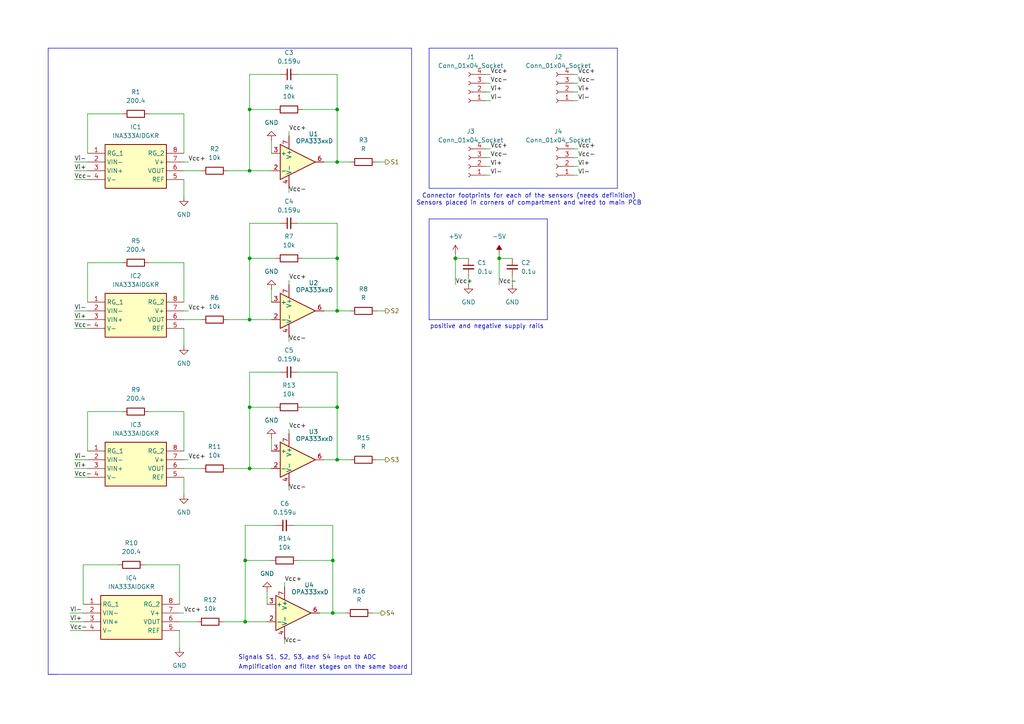
<source format=kicad_sch>
(kicad_sch (version 20250114) (generator "eeschema") (generator_version "9.0")
  (paper "A4")
  (title_block (title "Force Sensor & Analog Front-End"))
  (lib_symbols
    (symbol "Amplifier_Operational:OPA333xxD" (pin_names (offset 0.127))
      (property "Reference" "U" (at 0 6.35 0))
      (property "Value" "OPA333xxD" (at 0 3.81 0))
      (symbol "OPA333xxD_0_1"
        (polyline (pts (xy -5.08 5.08) (xy 5.08 0) (xy -5.08 -5.08) (xy -5.08 5.08)) (stroke (width 0.254)) (fill (type background)))
      )
      (symbol "OPA333xxD_1_1"
        (pin input line (at -7.62 2.54 0) (length 2.54) (name "+") (number "3"))
        (pin input line (at -7.62 -2.54 0) (length 2.54) (name "-") (number "2"))
        (pin power_in line (at -2.54 7.62 270) (length 3.81) (name "V+") (number "7"))
        (pin no_connect line (at -2.54 2.54 270) (length 2.54) (hide yes) (name "NC") (number "1"))
        (pin power_in line (at -2.54 -7.62 90) (length 3.81) (name "V-") (number "4"))
        (pin no_connect line (at 0 2.54 270) (length 2.54) (hide yes) (name "NC") (number "5"))
        (pin no_connect line (at 0 -2.54 90) (length 2.54) (hide yes) (name "NC") (number "8"))
        (pin output line (at 7.62 0 180) (length 2.54) (name "~") (number "6"))
      )
    )
    (symbol "Capstone:INA333AIDGKR"
      (property "Reference" "IC" (at 24.13 7.62 0))
      (property "Value" "INA333AIDGKR" (at 24.13 5.08 0))
      (symbol "INA333AIDGKR_1_1"
        (rectangle (start 5.08 2.54) (end 22.86 -10.16) (stroke (width 0.254)) (fill (type background)))
        (pin passive line (at 0 0 0) (length 5.08) (name "RG_1") (number "1"))
        (pin passive line (at 0 -2.54 0) (length 5.08) (name "VIN-") (number "2"))
        (pin passive line (at 0 -5.08 0) (length 5.08) (name "VIN+") (number "3"))
        (pin passive line (at 0 -7.62 0) (length 5.08) (name "V-") (number "4"))
        (pin passive line (at 27.94 0 180) (length 5.08) (name "RG_2") (number "8"))
        (pin passive line (at 27.94 -2.54 180) (length 5.08) (name "V+") (number "7"))
        (pin passive line (at 27.94 -5.08 180) (length 5.08) (name "VOUT") (number "6"))
        (pin passive line (at 27.94 -7.62 180) (length 5.08) (name "REF") (number "5"))
      )
    )
    (symbol "Connector:Conn_01x04_Socket" (pin_names (offset 1.016) (hide yes))
      (property "Reference" "J" (at 0 5.08 0))
      (property "Value" "Conn_01x04_Socket" (at 0 -7.62 0))
      (symbol "Conn_01x04_Socket_1_1"
        (polyline (pts (xy -1.27 2.54) (xy -0.508 2.54)) (stroke (width 0.1524)))
        (polyline (pts (xy -1.27 0) (xy -0.508 0)) (stroke (width 0.1524)))
        (polyline (pts (xy -1.27 -2.54) (xy -0.508 -2.54)) (stroke (width 0.1524)))
        (polyline (pts (xy -1.27 -5.08) (xy -0.508 -5.08)) (stroke (width 0.1524)))
        (arc (start 0 2.032) (mid -0.5058 2.54) (end 0 3.048) (stroke (width 0.1524)))
        (arc (start 0 -0.508) (mid -0.5058 0) (end 0 0.508) (stroke (width 0.1524)))
        (arc (start 0 -3.048) (mid -0.5058 -2.54) (end 0 -2.032) (stroke (width 0.1524)))
        (arc (start 0 -5.588) (mid -0.5058 -5.08) (end 0 -4.572) (stroke (width 0.1524)))
        (pin passive line (at -5.08 2.54 0) (length 3.81) (name "Pin_1") (number "1"))
        (pin passive line (at -5.08 0 0) (length 3.81) (name "Pin_2") (number "2"))
        (pin passive line (at -5.08 -2.54 0) (length 3.81) (name "Pin_3") (number "3"))
        (pin passive line (at -5.08 -5.08 0) (length 3.81) (name "Pin_4") (number "4"))
      )
    )
    (symbol "Device:C_Small" (pin_numbers (hide yes)) (pin_names (offset 0.254) (hide yes))
      (property "Reference" "C" (at 0.254 1.778 0))
      (property "Value" "C_Small" (at 0.254 -2.032 0))
      (symbol "C_Small_0_1"
        (polyline (pts (xy -1.524 0.508) (xy 1.524 0.508)) (stroke (width 0.3048)))
        (polyline (pts (xy -1.524 -0.508) (xy 1.524 -0.508)) (stroke (width 0.3302)))
      )
      (symbol "C_Small_1_1"
        (pin passive line (at 0 2.54 270) (length 2.032) (name "~") (number "1"))
        (pin passive line (at 0 -2.54 90) (length 2.032) (name "~") (number "2"))
      )
    )
    (symbol "Device:R" (pin_numbers (hide yes)) (pin_names (offset 0))
      (property "Reference" "R" (at 2.032 0 90))
      (property "Value" "R" (at 0 0 90))
      (symbol "R_0_1"
        (rectangle (start -1.016 -2.54) (end 1.016 2.54) (stroke (width 0.254)))
      )
      (symbol "R_1_1"
        (pin passive line (at 0 3.81 270) (length 1.27) (name "~") (number "1"))
        (pin passive line (at 0 -3.81 90) (length 1.27) (name "~") (number "2"))
      )
    )
    (symbol "power:+5V" (power) (pin_numbers (hide yes)) (pin_names (offset 0) (hide yes))
      (property "Value" "+5V" (at 0 3.556 0))
      (symbol "+5V_0_1"
        (polyline (pts (xy -0.762 1.27) (xy 0 2.54)))
        (polyline (pts (xy 0 2.54) (xy 0.762 1.27)))
        (polyline (pts (xy 0 0) (xy 0 2.54)))
      )
      (symbol "+5V_1_1"
        (pin power_in line (at 0 0 90) (length 0) (name "~") (number "1"))
      )
    )
    (symbol "power:-5V" (power) (pin_numbers (hide yes)) (pin_names (offset 0) (hide yes))
      (property "Value" "-5V" (at 0 3.556 0))
      (symbol "-5V_0_0"
        (pin power_in line (at 0 0 90) (length 0) (name "~") (number "1"))
      )
      (symbol "-5V_0_1"
        (polyline (pts (xy 0 0) (xy 0 1.27) (xy 0.762 1.27) (xy 0 2.54) (xy -0.762 1.27) (xy 0 1.27)) (fill (type outline)))
      )
    )
    (symbol "power:GND" (power) (pin_numbers (hide yes)) (pin_names (offset 0) (hide yes))
      (property "Value" "GND" (at 0 -3.81 0))
      (symbol "GND_0_1"
        (polyline (pts (xy 0 0) (xy 0 -1.27) (xy 1.27 -1.27) (xy 0 -2.54) (xy -1.27 -1.27) (xy 0 -1.27)))
      )
      (symbol "GND_1_1"
        (pin power_in line (at 0 0 270) (length 0) (name "~") (number "1"))
      )
    )
  )
  (text "Signals S1, S2, S3, and S4 input to ADC\n" (at 89.154 190.754 0) (effects (font (size 1.27 1.27))))
  (text "Amplification and filter stages on the same board\n" (at 93.726 193.548 0) (effects (font (size 1.27 1.27))))
  (text "positive and negative supply rails\n" (at 141.224 94.742 0) (effects (font (size 1.27 1.27))))
  (text "Connector footprints for each of the sensors (needs definition)\nSensors placed in corners of compartment and wired to main PCB\n" (at 153.416 57.912 0) (effects (font (size 1.27 1.27))))
  (junction (at 97.79 31.75))
  (junction (at 71.12 162.56))
  (junction (at 72.39 92.71))
  (junction (at 71.12 180.34))
  (junction (at 96.52 162.56))
  (junction (at 97.79 46.99))
  (junction (at 97.79 90.17))
  (junction (at 96.52 177.8))
  (junction (at 97.79 74.93))
  (junction (at 72.39 31.75))
  (junction (at 72.39 49.53))
  (junction (at 144.78 74.93))
  (junction (at 97.79 118.11))
  (junction (at 97.79 133.35))
  (junction (at 132.08 74.93))
  (junction (at 72.39 118.11))
  (junction (at 72.39 135.89))
  (junction (at 72.39 74.93))
  (wire (pts (xy 142.24 48.26) (xy 140.97 48.26)))
  (polyline (pts (xy 158.75 63.5) (xy 124.46 63.5)))
  (wire (pts (xy 72.39 74.93) (xy 72.39 92.71)))
  (wire (pts (xy 96.52 152.4) (xy 96.52 162.56)))
  (wire (pts (xy 97.79 31.75) (xy 97.79 46.99)))
  (wire (pts (xy 81.28 21.59) (xy 72.39 21.59)))
  (wire (pts (xy 80.01 31.75) (xy 72.39 31.75)))
  (wire (pts (xy 54.61 46.99) (xy 53.34 46.99)))
  (wire (pts (xy 97.79 74.93) (xy 97.79 90.17)))
  (wire (pts (xy 66.04 49.53) (xy 72.39 49.53)))
  (wire (pts (xy 25.4 44.45) (xy 25.4 33.02)))
  (wire (pts (xy 142.24 45.72) (xy 140.97 45.72)))
  (wire (pts (xy 97.79 118.11) (xy 97.79 133.35)))
  (wire (pts (xy 93.98 46.99) (xy 97.79 46.99)))
  (wire (pts (xy 144.78 74.93) (xy 148.59 74.93)))
  (wire (pts (xy 87.63 31.75) (xy 97.79 31.75)))
  (wire (pts (xy 86.36 21.59) (xy 97.79 21.59)))
  (wire (pts (xy 72.39 21.59) (xy 72.39 31.75)))
  (wire (pts (xy 21.59 46.99) (xy 25.4 46.99)))
  (wire (pts (xy 142.24 50.8) (xy 140.97 50.8)))
  (wire (pts (xy 96.52 177.8) (xy 100.33 177.8)))
  (wire (pts (xy 25.4 87.63) (xy 25.4 76.2)))
  (wire (pts (xy 43.18 33.02) (xy 53.34 33.02)))
  (polyline (pts (xy 119.38 13.97) (xy 119.38 195.58)))
  (wire (pts (xy 21.59 133.35) (xy 25.4 133.35)))
  (wire (pts (xy 78.74 40.64) (xy 78.74 44.45)))
  (wire (pts (xy 97.79 90.17) (xy 101.6 90.17)))
  (wire (pts (xy 87.63 118.11) (xy 97.79 118.11)))
  (polyline (pts (xy 158.75 92.71) (xy 158.75 63.5)))
  (polyline (pts (xy 13.97 195.58) (xy 16.51 195.58)))
  (wire (pts (xy 72.39 107.95) (xy 72.39 118.11)))
  (wire (pts (xy 71.12 152.4) (xy 71.12 162.56)))
  (wire (pts (xy 54.61 133.35) (xy 53.34 133.35)))
  (wire (pts (xy 20.32 182.88) (xy 24.13 182.88)))
  (wire (pts (xy 142.24 26.67) (xy 140.97 26.67)))
  (wire (pts (xy 80.01 118.11) (xy 72.39 118.11)))
  (wire (pts (xy 25.4 130.81) (xy 25.4 119.38)))
  (wire (pts (xy 25.4 119.38) (xy 35.56 119.38)))
  (wire (pts (xy 82.55 186.69) (xy 82.55 185.42)))
  (wire (pts (xy 97.79 64.77) (xy 97.79 74.93)))
  (wire (pts (xy 83.82 81.28) (xy 83.82 82.55)))
  (polyline (pts (xy 13.97 13.97) (xy 119.38 13.97)))
  (polyline (pts (xy 124.46 63.5) (xy 124.46 67.31)))
  (wire (pts (xy 135.89 80.01) (xy 135.89 82.55)))
  (wire (pts (xy 83.82 99.06) (xy 83.82 97.79)))
  (wire (pts (xy 93.98 133.35) (xy 97.79 133.35)))
  (wire (pts (xy 53.34 76.2) (xy 53.34 87.63)))
  (wire (pts (xy 97.79 46.99) (xy 101.6 46.99)))
  (wire (pts (xy 142.24 29.21) (xy 140.97 29.21)))
  (wire (pts (xy 71.12 162.56) (xy 71.12 180.34)))
  (wire (pts (xy 83.82 124.46) (xy 83.82 125.73)))
  (wire (pts (xy 53.34 33.02) (xy 53.34 44.45)))
  (wire (pts (xy 72.39 92.71) (xy 78.74 92.71)))
  (wire (pts (xy 53.34 177.8) (xy 52.07 177.8)))
  (wire (pts (xy 167.64 21.59) (xy 166.37 21.59)))
  (wire (pts (xy 20.32 180.34) (xy 24.13 180.34)))
  (wire (pts (xy 43.18 76.2) (xy 53.34 76.2)))
  (wire (pts (xy 83.82 55.88) (xy 83.82 54.61)))
  (wire (pts (xy 87.63 74.93) (xy 97.79 74.93)))
  (wire (pts (xy 21.59 135.89) (xy 25.4 135.89)))
  (wire (pts (xy 52.07 163.83) (xy 52.07 175.26)))
  (wire (pts (xy 142.24 43.18) (xy 140.97 43.18)))
  (wire (pts (xy 52.07 182.88) (xy 52.07 187.96)))
  (polyline (pts (xy 179.07 13.97) (xy 179.07 54.61)))
  (polyline (pts (xy 124.46 92.71) (xy 158.75 92.71)))
  (wire (pts (xy 96.52 162.56) (xy 96.52 177.8)))
  (wire (pts (xy 167.64 43.18) (xy 166.37 43.18)))
  (polyline (pts (xy 124.46 67.31) (xy 124.46 92.71)))
  (wire (pts (xy 78.74 83.82) (xy 78.74 87.63)))
  (wire (pts (xy 132.08 74.93) (xy 135.89 74.93)))
  (wire (pts (xy 167.64 26.67) (xy 166.37 26.67)))
  (wire (pts (xy 21.59 52.07) (xy 25.4 52.07)))
  (wire (pts (xy 66.04 135.89) (xy 72.39 135.89)))
  (wire (pts (xy 83.82 38.1) (xy 83.82 39.37)))
  (wire (pts (xy 64.77 180.34) (xy 71.12 180.34)))
  (wire (pts (xy 78.74 127) (xy 78.74 130.81)))
  (wire (pts (xy 66.04 92.71) (xy 72.39 92.71)))
  (wire (pts (xy 167.64 50.8) (xy 166.37 50.8)))
  (wire (pts (xy 86.36 107.95) (xy 97.79 107.95)))
  (wire (pts (xy 54.61 90.17) (xy 53.34 90.17)))
  (wire (pts (xy 81.28 64.77) (xy 72.39 64.77)))
  (wire (pts (xy 71.12 180.34) (xy 77.47 180.34)))
  (wire (pts (xy 41.91 163.83) (xy 52.07 163.83)))
  (wire (pts (xy 24.13 175.26) (xy 24.13 163.83)))
  (polyline (pts (xy 124.46 13.97) (xy 124.46 54.61)))
  (wire (pts (xy 21.59 95.25) (xy 25.4 95.25)))
  (wire (pts (xy 52.07 180.34) (xy 57.15 180.34)))
  (wire (pts (xy 148.59 80.01) (xy 148.59 82.55)))
  (wire (pts (xy 85.09 152.4) (xy 96.52 152.4)))
  (wire (pts (xy 83.82 142.24) (xy 83.82 140.97)))
  (wire (pts (xy 97.79 133.35) (xy 101.6 133.35)))
  (wire (pts (xy 80.01 152.4) (xy 71.12 152.4)))
  (wire (pts (xy 142.24 21.59) (xy 140.97 21.59)))
  (wire (pts (xy 78.74 162.56) (xy 71.12 162.56)))
  (wire (pts (xy 53.34 135.89) (xy 58.42 135.89)))
  (wire (pts (xy 72.39 118.11) (xy 72.39 135.89)))
  (wire (pts (xy 21.59 49.53) (xy 25.4 49.53)))
  (wire (pts (xy 72.39 31.75) (xy 72.39 49.53)))
  (polyline (pts (xy 13.97 13.97) (xy 13.97 195.58)))
  (wire (pts (xy 81.28 107.95) (xy 72.39 107.95)))
  (wire (pts (xy 97.79 21.59) (xy 97.79 31.75)))
  (wire (pts (xy 53.34 95.25) (xy 53.34 100.33)))
  (wire (pts (xy 167.64 29.21) (xy 166.37 29.21)))
  (wire (pts (xy 97.79 107.95) (xy 97.79 118.11)))
  (wire (pts (xy 21.59 90.17) (xy 25.4 90.17)))
  (wire (pts (xy 144.78 74.93) (xy 144.78 82.55)))
  (wire (pts (xy 167.64 45.72) (xy 166.37 45.72)))
  (wire (pts (xy 53.34 92.71) (xy 58.42 92.71)))
  (wire (pts (xy 80.01 74.93) (xy 72.39 74.93)))
  (wire (pts (xy 72.39 64.77) (xy 72.39 74.93)))
  (wire (pts (xy 111.76 46.99) (xy 109.22 46.99)))
  (wire (pts (xy 167.64 48.26) (xy 166.37 48.26)))
  (wire (pts (xy 142.24 24.13) (xy 140.97 24.13)))
  (wire (pts (xy 24.13 163.83) (xy 34.29 163.83)))
  (wire (pts (xy 93.98 90.17) (xy 97.79 90.17)))
  (wire (pts (xy 111.76 133.35) (xy 109.22 133.35)))
  (wire (pts (xy 43.18 119.38) (xy 53.34 119.38)))
  (wire (pts (xy 77.47 171.45) (xy 77.47 175.26)))
  (wire (pts (xy 72.39 135.89) (xy 78.74 135.89)))
  (wire (pts (xy 167.64 24.13) (xy 166.37 24.13)))
  (wire (pts (xy 20.32 177.8) (xy 24.13 177.8)))
  (polyline (pts (xy 179.07 54.61) (xy 124.46 54.61)))
  (wire (pts (xy 21.59 92.71) (xy 25.4 92.71)))
  (wire (pts (xy 72.39 49.53) (xy 78.74 49.53)))
  (polyline (pts (xy 124.46 13.97) (xy 179.07 13.97)))
  (wire (pts (xy 86.36 162.56) (xy 96.52 162.56)))
  (wire (pts (xy 111.76 90.17) (xy 109.22 90.17)))
  (wire (pts (xy 53.34 52.07) (xy 53.34 57.15)))
  (wire (pts (xy 144.78 73.66) (xy 144.78 74.93)))
  (wire (pts (xy 92.71 177.8) (xy 96.52 177.8)))
  (wire (pts (xy 53.34 49.53) (xy 58.42 49.53)))
  (wire (pts (xy 21.59 138.43) (xy 25.4 138.43)))
  (wire (pts (xy 25.4 76.2) (xy 35.56 76.2)))
  (wire (pts (xy 110.49 177.8) (xy 107.95 177.8)))
  (wire (pts (xy 53.34 138.43) (xy 53.34 143.51)))
  (polyline (pts (xy 13.97 195.58) (xy 119.38 195.58)))
  (wire (pts (xy 53.34 119.38) (xy 53.34 130.81)))
  (wire (pts (xy 132.08 74.93) (xy 132.08 82.55)))
  (wire (pts (xy 25.4 33.02) (xy 35.56 33.02)))
  (wire (pts (xy 132.08 73.66) (xy 132.08 74.93)))
  (wire (pts (xy 86.36 64.77) (xy 97.79 64.77)))
  (wire (pts (xy 82.55 168.91) (xy 82.55 170.18)))
  (label "Vi-" (at 142.24 29.21 0))
  (label "Vcc-" (at 83.82 99.06 0))
  (label "Vi+" (at 20.32 180.34 0))
  (label "Vcc+" (at 83.82 38.1 0))
  (label "Vi+" (at 142.24 26.67 0))
  (label "Vcc+" (at 142.24 43.18 0))
  (label "Vi-" (at 167.64 50.8 0))
  (label "Vi-" (at 142.24 50.8 0))
  (label "Vcc+" (at 83.82 124.46 0))
  (label "Vcc-" (at 142.24 45.72 0))
  (label "Vcc-" (at 21.59 95.25 0))
  (label "Vi-" (at 20.32 177.8 0))
  (label "Vcc-" (at 167.64 45.72 0))
  (label "Vi+" (at 142.24 48.26 0))
  (label "Vcc+" (at 54.61 46.99 0))
  (label "Vcc-" (at 21.59 52.07 0))
  (label "Vi+" (at 21.59 49.53 0))
  (label "Vi-" (at 21.59 133.35 0))
  (label "Vcc-" (at 167.64 24.13 0))
  (label "Vcc-" (at 83.82 55.88 0))
  (label "Vi-" (at 21.59 46.99 0))
  (label "Vcc+" (at 54.61 90.17 0))
  (label "Vcc-" (at 20.32 182.88 0))
  (label "Vcc-" (at 142.24 24.13 0))
  (label "Vi+" (at 167.64 26.67 0))
  (label "Vcc+" (at 132.08 82.55 0))
  (label "Vcc-" (at 82.55 186.69 0))
  (label "Vcc+" (at 167.64 43.18 0))
  (label "Vcc+" (at 82.55 168.91 0))
  (label "Vi+" (at 21.59 135.89 0))
  (label "Vcc+" (at 53.34 177.8 0))
  (label "Vcc-" (at 83.82 142.24 0))
  (label "Vcc+" (at 142.24 21.59 0))
  (label "Vi+" (at 21.59 92.71 0))
  (label "Vi-" (at 167.64 29.21 0))
  (label "Vcc+" (at 83.82 81.28 0))
  (label "Vcc-" (at 144.78 82.55 0))
  (label "Vcc+" (at 167.64 21.59 0))
  (label "Vcc-" (at 21.59 138.43 0))
  (label "Vi-" (at 21.59 90.17 0))
  (label "Vi+" (at 167.64 48.26 0))
  (label "Vcc+" (at 54.61 133.35 0))
  (hierarchical_label "S4" (shape output) (at 110.49 177.8 0))
  (hierarchical_label "S3" (shape output) (at 111.76 133.35 0))
  (hierarchical_label "S2" (shape output) (at 111.76 90.17 0))
  (hierarchical_label "S1" (shape output) (at 111.76 46.99 0))
  (symbol (lib_id "power:GND") (at 53.34 57.15 0) (unit 1)
    (property "Reference" "#PWR?" (effects (hide yes)))
    (property "Value" "GND" (at 53.34 62.23 0))
    (property "Description" "Power symbol creates a global label with name \"GND\" , ground" (effects (hide yes)))
  )
  (symbol (lib_id "power:GND") (at 78.74 40.64 180) (unit 1)
    (property "Reference" "#PWR?" (effects (hide yes)))
    (property "Value" "GND" (at 78.74 35.56 0))
    (property "Description" "Power symbol creates a global label with name \"GND\" , ground" (effects (hide yes)))
  )
  (symbol (lib_id "Amplifier_Operational:OPA333xxD") (at 86.36 90.17 0) (unit 1)
    (property "Reference" "U2" (at 90.932 82.042 0))
    (property "Value" "OPA333xxD" (at 91.186 84.074 0))
    (property "Footprint" "Package_SO:SOIC-8_3.9x4.9mm_P1.27mm" (effects (hide yes)))
    (property "Datasheet" "http://www.ti.com/lit/ds/symlink/opa333.pdf" (effects (hide yes)))
    (property "Description" "Single 1.8V, microPower, CMOS Operational Amplifiers, Zero-Drift Series, SOIC-8" (effects (hide yes)))
  )
  (symbol (lib_id "Device:R") (at 60.96 180.34 90) (unit 1)
    (property "Reference" "R12" (at 60.96 173.99 90))
    (property "Value" "10k" (at 60.96 176.53 90))
    (property "Description" "Resistor" (effects (hide yes)))
  )
  (symbol (lib_id "Device:C_Small") (at 148.59 77.47 0) (unit 1)
    (property "Reference" "C2" (at 151.13 76.2062 0) (effects (justify left)))
    (property "Value" "0.1u" (at 151.13 78.7462 0) (effects (justify left)))
    (property "Description" "Unpolarized capacitor, small symbol" (effects (hide yes)))
  )
  (symbol (lib_id "power:+5V") (at 132.08 73.66 0) (unit 1)
    (property "Reference" "#PWR?" (effects (hide yes)))
    (property "Value" "+5V" (at 132.08 68.58 0))
    (property "Description" "Power symbol creates a global label with name \"+5V\"" (effects (hide yes)))
  )
  (symbol (lib_id "Capstone:INA333AIDGKR") (at 24.13 175.26 0) (unit 1)
    (property "Reference" "IC4" (at 38.1 167.64 0))
    (property "Value" "INA333AIDGKR" (at 38.1 170.18 0))
    (property "Footprint" "SOP65P490X110-8N" (effects (hide yes)))
    (property "Datasheet" "http://www.ti.com/lit/ds/symlink/ina333.pdf" (effects (hide yes)))
    (property "Description" "Low-Power, Zero-Drift, Precision Instrumentation Amplifier" (effects (hide yes)))
    (property "Height" "1.1" (effects (hide yes)))
    (property "Manufacturer_Name" "Texas Instruments" (effects (hide yes)))
    (property "Manufacturer_Part_Number" "INA333AIDGKR" (effects (hide yes)))
    (property "Mouser Part Number" "595-INA333AIDGKR" (effects (hide yes)))
    (property "Mouser Price/Stock" "https://www.mouser.co.uk/ProductDetail/Texas-Instruments/INA333AIDGKR?qs=nJRxFdq%252BlvaKwfZOdHFpKg%3D%3D" (effects (hide yes)))
    (property "Arrow Part Number" "INA333AIDGKR" (effects (hide yes)))
    (property "Arrow Price/Stock" "https://www.arrow.com/en/products/ina333aidgkr/texas-instruments?utm_currency=USD&region=nac" (effects (hide yes)))
  )
  (symbol (lib_id "Connector:Conn_01x04_Socket") (at 161.29 26.67 180) (unit 1)
    (property "Reference" "J2" (at 161.925 16.51 0))
    (property "Value" "Conn_01x04_Socket" (at 161.925 19.05 0))
    (property "Description" "Generic connector, single row, 01x04, script generated" (effects (hide yes)))
  )
  (symbol (lib_id "Device:R") (at 62.23 92.71 90) (unit 1)
    (property "Reference" "R6" (at 62.23 86.36 90))
    (property "Value" "10k" (at 62.23 88.9 90))
    (property "Description" "Resistor" (effects (hide yes)))
  )
  (symbol (lib_id "Connector:Conn_01x04_Socket") (at 135.89 48.26 180) (unit 1)
    (property "Reference" "J3" (at 136.525 38.1 0))
    (property "Value" "Conn_01x04_Socket" (at 136.525 40.64 0))
    (property "Description" "Generic connector, single row, 01x04, script generated" (effects (hide yes)))
  )
  (symbol (lib_id "power:GND") (at 78.74 83.82 180) (unit 1)
    (property "Reference" "#PWR02" (effects (hide yes)))
    (property "Value" "GND" (at 78.74 78.74 0))
    (property "Description" "Power symbol creates a global label with name \"GND\" , ground" (effects (hide yes)))
  )
  (symbol (lib_id "Device:R") (at 105.41 133.35 90) (unit 1)
    (property "Reference" "R15" (at 105.41 127 90))
    (property "Value" "R" (at 105.41 129.54 90))
    (property "Description" "Resistor" (effects (hide yes)))
  )
  (symbol (lib_id "power:-5V") (at 144.78 73.66 0) (unit 1)
    (property "Reference" "#PWR?" (effects (hide yes)))
    (property "Value" "-5V" (at 144.78 68.58 0))
    (property "Description" "Power symbol creates a global label with name \"-5V\"" (effects (hide yes)))
  )
  (symbol (lib_id "Device:R") (at 104.14 177.8 90) (unit 1)
    (property "Reference" "R16" (at 104.14 171.45 90))
    (property "Value" "R" (at 104.14 173.99 90))
    (property "Description" "Resistor" (effects (hide yes)))
  )
  (symbol (lib_id "Connector:Conn_01x04_Socket") (at 161.29 48.26 180) (unit 1)
    (property "Reference" "J4" (at 161.925 38.1 0))
    (property "Value" "Conn_01x04_Socket" (at 161.925 40.64 0))
    (property "Description" "Generic connector, single row, 01x04, script generated" (effects (hide yes)))
  )
  (symbol (lib_id "Device:R") (at 83.82 31.75 90) (unit 1)
    (property "Reference" "R4" (at 83.82 25.4 90))
    (property "Value" "10k" (at 83.82 27.94 90))
    (property "Description" "Resistor" (effects (hide yes)))
  )
  (symbol (lib_id "Device:C_Small") (at 135.89 77.47 0) (unit 1)
    (property "Reference" "C1" (at 138.43 76.2062 0) (effects (justify left)))
    (property "Value" "0.1u" (at 138.43 78.7462 0) (effects (justify left)))
    (property "Description" "Unpolarized capacitor, small symbol" (effects (hide yes)))
  )
  (symbol (lib_id "Device:R") (at 62.23 49.53 90) (unit 1)
    (property "Reference" "R2" (at 62.23 43.18 90))
    (property "Value" "10k" (at 62.23 45.72 90))
    (property "Description" "Resistor" (effects (hide yes)))
  )
  (symbol (lib_id "Device:R") (at 39.37 33.02 90) (unit 1)
    (property "Reference" "R1" (at 39.37 26.67 90))
    (property "Value" "200.4" (at 39.37 29.21 90))
    (property "Description" "Resistor" (effects (hide yes)))
  )
  (symbol (lib_id "power:GND") (at 53.34 143.51 0) (unit 1)
    (property "Reference" "#PWR04" (effects (hide yes)))
    (property "Value" "GND" (at 53.34 148.59 0))
    (property "Description" "Power symbol creates a global label with name \"GND\" , ground" (effects (hide yes)))
  )
  (symbol (lib_id "power:GND") (at 135.89 82.55 0) (unit 1)
    (property "Reference" "#PWR?" (effects (hide yes)))
    (property "Value" "GND" (at 135.89 87.63 0))
    (property "Description" "Power symbol creates a global label with name \"GND\" , ground" (effects (hide yes)))
  )
  (symbol (lib_id "Capstone:INA333AIDGKR") (at 25.4 130.81 0) (unit 1)
    (property "Reference" "IC3" (at 39.37 123.19 0))
    (property "Value" "INA333AIDGKR" (at 39.37 125.73 0))
    (property "Footprint" "SOP65P490X110-8N" (effects (hide yes)))
    (property "Datasheet" "http://www.ti.com/lit/ds/symlink/ina333.pdf" (effects (hide yes)))
    (property "Description" "Low-Power, Zero-Drift, Precision Instrumentation Amplifier" (effects (hide yes)))
    (property "Height" "1.1" (effects (hide yes)))
    (property "Manufacturer_Name" "Texas Instruments" (effects (hide yes)))
    (property "Manufacturer_Part_Number" "INA333AIDGKR" (effects (hide yes)))
    (property "Mouser Part Number" "595-INA333AIDGKR" (effects (hide yes)))
    (property "Mouser Price/Stock" "https://www.mouser.co.uk/ProductDetail/Texas-Instruments/INA333AIDGKR?qs=nJRxFdq%252BlvaKwfZOdHFpKg%3D%3D" (effects (hide yes)))
    (property "Arrow Part Number" "INA333AIDGKR" (effects (hide yes)))
    (property "Arrow Price/Stock" "https://www.arrow.com/en/products/ina333aidgkr/texas-instruments?utm_currency=USD&region=nac" (effects (hide yes)))
  )
  (symbol (lib_id "Capstone:INA333AIDGKR") (at 25.4 87.63 0) (unit 1)
    (property "Reference" "IC2" (at 39.37 80.01 0))
    (property "Value" "INA333AIDGKR" (at 39.37 82.55 0))
    (property "Footprint" "SOP65P490X110-8N" (effects (hide yes)))
    (property "Datasheet" "http://www.ti.com/lit/ds/symlink/ina333.pdf" (effects (hide yes)))
    (property "Description" "Low-Power, Zero-Drift, Precision Instrumentation Amplifier" (effects (hide yes)))
    (property "Height" "1.1" (effects (hide yes)))
    (property "Manufacturer_Name" "Texas Instruments" (effects (hide yes)))
    (property "Manufacturer_Part_Number" "INA333AIDGKR" (effects (hide yes)))
    (property "Mouser Part Number" "595-INA333AIDGKR" (effects (hide yes)))
    (property "Mouser Price/Stock" "https://www.mouser.co.uk/ProductDetail/Texas-Instruments/INA333AIDGKR?qs=nJRxFdq%252BlvaKwfZOdHFpKg%3D%3D" (effects (hide yes)))
    (property "Arrow Part Number" "INA333AIDGKR" (effects (hide yes)))
    (property "Arrow Price/Stock" "https://www.arrow.com/en/products/ina333aidgkr/texas-instruments?utm_currency=USD&region=nac" (effects (hide yes)))
  )
  (symbol (lib_id "power:GND") (at 78.74 127 180) (unit 1)
    (property "Reference" "#PWR06" (effects (hide yes)))
    (property "Value" "GND" (at 78.74 121.92 0))
    (property "Description" "Power symbol creates a global label with name \"GND\" , ground" (effects (hide yes)))
  )
  (symbol (lib_id "Device:R") (at 39.37 119.38 90) (unit 1)
    (property "Reference" "R9" (at 39.37 113.03 90))
    (property "Value" "200.4" (at 39.37 115.57 90))
    (property "Description" "Resistor" (effects (hide yes)))
  )
  (symbol (lib_id "Device:R") (at 105.41 90.17 90) (unit 1)
    (property "Reference" "R8" (at 105.41 83.82 90))
    (property "Value" "R" (at 105.41 86.36 90))
    (property "Description" "Resistor" (effects (hide yes)))
  )
  (symbol (lib_id "power:GND") (at 77.47 171.45 180) (unit 1)
    (property "Reference" "#PWR07" (effects (hide yes)))
    (property "Value" "GND" (at 77.47 166.37 0))
    (property "Description" "Power symbol creates a global label with name \"GND\" , ground" (effects (hide yes)))
  )
  (symbol (lib_id "Amplifier_Operational:OPA333xxD") (at 86.36 133.35 0) (unit 1)
    (property "Reference" "U3" (at 90.932 125.222 0))
    (property "Value" "OPA333xxD" (at 91.186 127.254 0))
    (property "Footprint" "Package_SO:SOIC-8_3.9x4.9mm_P1.27mm" (effects (hide yes)))
    (property "Datasheet" "http://www.ti.com/lit/ds/symlink/opa333.pdf" (effects (hide yes)))
    (property "Description" "Single 1.8V, microPower, CMOS Operational Amplifiers, Zero-Drift Series, SOIC-8" (effects (hide yes)))
  )
  (symbol (lib_id "Device:R") (at 82.55 162.56 90) (unit 1)
    (property "Reference" "R14" (at 82.55 156.21 90))
    (property "Value" "10k" (at 82.55 158.75 90))
    (property "Description" "Resistor" (effects (hide yes)))
  )
  (symbol (lib_id "Amplifier_Operational:OPA333xxD") (at 85.09 177.8 0) (unit 1)
    (property "Reference" "U4" (at 89.662 169.672 0))
    (property "Value" "OPA333xxD" (at 89.916 171.704 0))
    (property "Footprint" "Package_SO:SOIC-8_3.9x4.9mm_P1.27mm" (effects (hide yes)))
    (property "Datasheet" "http://www.ti.com/lit/ds/symlink/opa333.pdf" (effects (hide yes)))
    (property "Description" "Single 1.8V, microPower, CMOS Operational Amplifiers, Zero-Drift Series, SOIC-8" (effects (hide yes)))
  )
  (symbol (lib_id "Amplifier_Operational:OPA333xxD") (at 86.36 46.99 0) (unit 1)
    (property "Reference" "U1" (at 90.932 38.862 0))
    (property "Value" "OPA333xxD" (at 91.186 40.894 0))
    (property "Footprint" "Package_SO:SOIC-8_3.9x4.9mm_P1.27mm" (effects (hide yes)))
    (property "Datasheet" "http://www.ti.com/lit/ds/symlink/opa333.pdf" (effects (hide yes)))
    (property "Description" "Single 1.8V, microPower, CMOS Operational Amplifiers, Zero-Drift Series, SOIC-8" (effects (hide yes)))
  )
  (symbol (lib_id "Device:R") (at 38.1 163.83 90) (unit 1)
    (property "Reference" "R10" (at 38.1 157.48 90))
    (property "Value" "200.4" (at 38.1 160.02 90))
    (property "Description" "Resistor" (effects (hide yes)))
  )
  (symbol (lib_id "power:GND") (at 53.34 100.33 0) (unit 1)
    (property "Reference" "#PWR01" (effects (hide yes)))
    (property "Value" "GND" (at 53.34 105.41 0))
    (property "Description" "Power symbol creates a global label with name \"GND\" , ground" (effects (hide yes)))
  )
  (symbol (lib_id "Device:C_Small") (at 83.82 64.77 90) (unit 1)
    (property "Reference" "C4" (at 83.8263 58.42 90))
    (property "Value" "0.159u" (at 83.8263 60.96 90))
    (property "Description" "Unpolarized capacitor, small symbol" (effects (hide yes)))
  )
  (symbol (lib_id "Device:C_Small") (at 82.55 152.4 90) (unit 1)
    (property "Reference" "C6" (at 82.5563 146.05 90))
    (property "Value" "0.159u" (at 82.5563 148.59 90))
    (property "Description" "Unpolarized capacitor, small symbol" (effects (hide yes)))
  )
  (symbol (lib_id "Capstone:INA333AIDGKR") (at 25.4 44.45 0) (unit 1)
    (property "Reference" "IC1" (at 39.37 36.83 0))
    (property "Value" "INA333AIDGKR" (at 39.37 39.37 0))
    (property "Footprint" "SOP65P490X110-8N" (effects (hide yes)))
    (property "Datasheet" "http://www.ti.com/lit/ds/symlink/ina333.pdf" (effects (hide yes)))
    (property "Description" "Low-Power, Zero-Drift, Precision Instrumentation Amplifier" (effects (hide yes)))
    (property "Height" "1.1" (effects (hide yes)))
    (property "Manufacturer_Name" "Texas Instruments" (effects (hide yes)))
    (property "Manufacturer_Part_Number" "INA333AIDGKR" (effects (hide yes)))
    (property "Mouser Part Number" "595-INA333AIDGKR" (effects (hide yes)))
    (property "Mouser Price/Stock" "https://www.mouser.co.uk/ProductDetail/Texas-Instruments/INA333AIDGKR?qs=nJRxFdq%252BlvaKwfZOdHFpKg%3D%3D" (effects (hide yes)))
    (property "Arrow Part Number" "INA333AIDGKR" (effects (hide yes)))
    (property "Arrow Price/Stock" "https://www.arrow.com/en/products/ina333aidgkr/texas-instruments?utm_currency=USD&region=nac" (effects (hide yes)))
  )
  (symbol (lib_id "Connector:Conn_01x04_Socket") (at 135.89 26.67 180) (unit 1)
    (property "Reference" "J1" (at 136.525 16.51 0))
    (property "Value" "Conn_01x04_Socket" (at 136.525 19.05 0))
    (property "Description" "Generic connector, single row, 01x04, script generated" (effects (hide yes)))
  )
  (symbol (lib_id "Device:R") (at 105.41 46.99 90) (unit 1)
    (property "Reference" "R3" (at 105.41 40.64 90))
    (property "Value" "R" (at 105.41 43.18 90))
    (property "Description" "Resistor" (effects (hide yes)))
  )
  (symbol (lib_id "Device:C_Small") (at 83.82 21.59 90) (unit 1)
    (property "Reference" "C3" (at 83.8263 15.24 90))
    (property "Value" "0.159u" (at 83.8263 17.78 90))
    (property "Description" "Unpolarized capacitor, small symbol" (effects (hide yes)))
  )
  (symbol (lib_id "Device:R") (at 83.82 118.11 90) (unit 1)
    (property "Reference" "R13" (at 83.82 111.76 90))
    (property "Value" "10k" (at 83.82 114.3 90))
    (property "Description" "Resistor" (effects (hide yes)))
  )
  (symbol (lib_id "power:GND") (at 52.07 187.96 0) (unit 1)
    (property "Reference" "#PWR05" (effects (hide yes)))
    (property "Value" "GND" (at 52.07 193.04 0))
    (property "Description" "Power symbol creates a global label with name \"GND\" , ground" (effects (hide yes)))
  )
  (symbol (lib_id "Device:R") (at 83.82 74.93 90) (unit 1)
    (property "Reference" "R7" (at 83.82 68.58 90))
    (property "Value" "10k" (at 83.82 71.12 90))
    (property "Description" "Resistor" (effects (hide yes)))
  )
  (symbol (lib_id "power:GND") (at 148.59 82.55 0) (unit 1)
    (property "Reference" "#PWR?" (effects (hide yes)))
    (property "Value" "GND" (at 148.59 87.63 0))
    (property "Description" "Power symbol creates a global label with name \"GND\" , ground" (effects (hide yes)))
  )
  (symbol (lib_id "Device:C_Small") (at 83.82 107.95 90) (unit 1)
    (property "Reference" "C5" (at 83.8263 101.6 90))
    (property "Value" "0.159u" (at 83.8263 104.14 90))
    (property "Description" "Unpolarized capacitor, small symbol" (effects (hide yes)))
  )
  (symbol (lib_id "Device:R") (at 39.37 76.2 90) (unit 1)
    (property "Reference" "R5" (at 39.37 69.85 90))
    (property "Value" "200.4" (at 39.37 72.39 90))
    (property "Description" "Resistor" (effects (hide yes)))
  )
  (symbol (lib_id "Device:R") (at 62.23 135.89 90) (unit 1)
    (property "Reference" "R11" (at 62.23 129.54 90))
    (property "Value" "10k" (at 62.23 132.08 90))
    (property "Description" "Resistor" (effects (hide yes)))
  )
)
</source>
